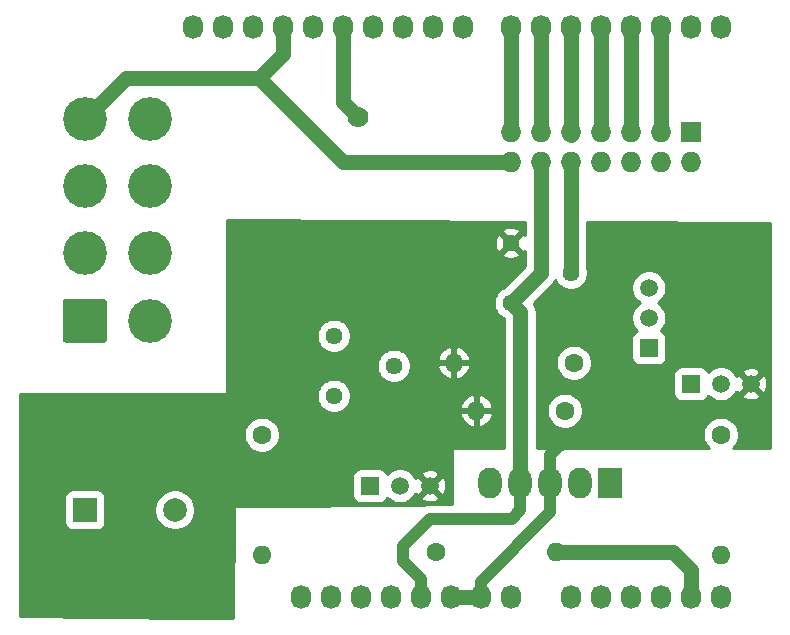
<source format=gbr>
G04 #@! TF.GenerationSoftware,KiCad,Pcbnew,5.1.2-f72e74a~84~ubuntu18.04.1*
G04 #@! TF.CreationDate,2019-09-12T15:19:10-03:00*
G04 #@! TF.ProjectId,Placa_lcd_cont_geiger,506c6163-615f-46c6-9364-5f636f6e745f,rev?*
G04 #@! TF.SameCoordinates,Original*
G04 #@! TF.FileFunction,Copper,L2,Bot*
G04 #@! TF.FilePolarity,Positive*
%FSLAX46Y46*%
G04 Gerber Fmt 4.6, Leading zero omitted, Abs format (unit mm)*
G04 Created by KiCad (PCBNEW 5.1.2-f72e74a~84~ubuntu18.04.1) date 2019-09-12 15:19:10*
%MOMM*%
%LPD*%
G04 APERTURE LIST*
%ADD10C,1.440000*%
%ADD11O,1.727200X2.032000*%
%ADD12R,2.000000X2.000000*%
%ADD13C,2.000000*%
%ADD14C,1.600000*%
%ADD15O,1.600000X1.600000*%
%ADD16C,0.100000*%
%ADD17C,3.700000*%
%ADD18R,1.727200X1.727200*%
%ADD19O,1.727200X1.727200*%
%ADD20R,2.000000X2.600000*%
%ADD21O,2.000000X2.600000*%
%ADD22C,1.500000*%
%ADD23R,1.500000X1.500000*%
%ADD24C,1.778000*%
%ADD25C,1.270000*%
%ADD26C,1.016000*%
%ADD27C,0.254000*%
G04 APERTURE END LIST*
D10*
X156718000Y-98933000D03*
X161798000Y-96393000D03*
X156718000Y-93853000D03*
D11*
X138938000Y-123825000D03*
X141478000Y-123825000D03*
X144018000Y-123825000D03*
X146558000Y-123825000D03*
X149098000Y-123825000D03*
X151638000Y-123825000D03*
X154178000Y-123825000D03*
X156718000Y-123825000D03*
X161798000Y-123825000D03*
X164338000Y-123825000D03*
X166878000Y-123825000D03*
X169418000Y-123825000D03*
X171958000Y-123825000D03*
X174498000Y-123825000D03*
X129794000Y-75565000D03*
X132334000Y-75565000D03*
X134874000Y-75565000D03*
X137414000Y-75565000D03*
X139954000Y-75565000D03*
X142494000Y-75565000D03*
X145034000Y-75565000D03*
X147574000Y-75565000D03*
X150114000Y-75565000D03*
X152654000Y-75565000D03*
X156718000Y-75565000D03*
X159258000Y-75565000D03*
X161798000Y-75565000D03*
X164338000Y-75565000D03*
X166878000Y-75565000D03*
X169418000Y-75565000D03*
X171958000Y-75565000D03*
X174498000Y-75565000D03*
D12*
X120650000Y-116459000D03*
D13*
X128250000Y-116459000D03*
D14*
X161290000Y-108077000D03*
D15*
X153790000Y-108077000D03*
D16*
G36*
X122274503Y-98608204D02*
G01*
X122298772Y-98611804D01*
X122322570Y-98617765D01*
X122345670Y-98626030D01*
X122367849Y-98636520D01*
X122388892Y-98649133D01*
X122408598Y-98663748D01*
X122426776Y-98680224D01*
X122443252Y-98698402D01*
X122457867Y-98718108D01*
X122470480Y-98739151D01*
X122480970Y-98761330D01*
X122489235Y-98784430D01*
X122495196Y-98808228D01*
X122498796Y-98832497D01*
X122500000Y-98857001D01*
X122500000Y-102056999D01*
X122498796Y-102081503D01*
X122495196Y-102105772D01*
X122489235Y-102129570D01*
X122480970Y-102152670D01*
X122470480Y-102174849D01*
X122457867Y-102195892D01*
X122443252Y-102215598D01*
X122426776Y-102233776D01*
X122408598Y-102250252D01*
X122388892Y-102264867D01*
X122367849Y-102277480D01*
X122345670Y-102287970D01*
X122322570Y-102296235D01*
X122298772Y-102302196D01*
X122274503Y-102305796D01*
X122249999Y-102307000D01*
X119050001Y-102307000D01*
X119025497Y-102305796D01*
X119001228Y-102302196D01*
X118977430Y-102296235D01*
X118954330Y-102287970D01*
X118932151Y-102277480D01*
X118911108Y-102264867D01*
X118891402Y-102250252D01*
X118873224Y-102233776D01*
X118856748Y-102215598D01*
X118842133Y-102195892D01*
X118829520Y-102174849D01*
X118819030Y-102152670D01*
X118810765Y-102129570D01*
X118804804Y-102105772D01*
X118801204Y-102081503D01*
X118800000Y-102056999D01*
X118800000Y-98857001D01*
X118801204Y-98832497D01*
X118804804Y-98808228D01*
X118810765Y-98784430D01*
X118819030Y-98761330D01*
X118829520Y-98739151D01*
X118842133Y-98718108D01*
X118856748Y-98698402D01*
X118873224Y-98680224D01*
X118891402Y-98663748D01*
X118911108Y-98649133D01*
X118932151Y-98636520D01*
X118954330Y-98626030D01*
X118977430Y-98617765D01*
X119001228Y-98611804D01*
X119025497Y-98608204D01*
X119050001Y-98607000D01*
X122249999Y-98607000D01*
X122274503Y-98608204D01*
X122274503Y-98608204D01*
G37*
D17*
X120650000Y-100457000D03*
X120650000Y-94757000D03*
X120650000Y-89057000D03*
X120650000Y-83357000D03*
X126150000Y-100457000D03*
X126150000Y-94757000D03*
X126150000Y-89057000D03*
X126150000Y-83357000D03*
D18*
X171958000Y-84455000D03*
D19*
X171958000Y-86995000D03*
X169418000Y-84455000D03*
X169418000Y-86995000D03*
X166878000Y-84455000D03*
X166878000Y-86995000D03*
X164338000Y-84455000D03*
X164338000Y-86995000D03*
X161798000Y-84455000D03*
X161798000Y-86995000D03*
X159258000Y-84455000D03*
X159258000Y-86995000D03*
X156718000Y-84455000D03*
X156718000Y-86995000D03*
D15*
X174498000Y-120269000D03*
D14*
X174498000Y-110109000D03*
X150368000Y-120015000D03*
D15*
X160528000Y-120015000D03*
D14*
X135636000Y-110109000D03*
D15*
X135636000Y-120269000D03*
X151892000Y-104013000D03*
D14*
X162052000Y-104013000D03*
D10*
X141732000Y-101727000D03*
X146812000Y-104267000D03*
X141732000Y-106807000D03*
D20*
X165140000Y-114173000D03*
D21*
X162600000Y-114173000D03*
X160060000Y-114173000D03*
X157520000Y-114173000D03*
X154980000Y-114173000D03*
D22*
X147320000Y-114427000D03*
X149860000Y-114427000D03*
D23*
X144780000Y-114427000D03*
X171958000Y-105791000D03*
D22*
X177038000Y-105791000D03*
X174498000Y-105791000D03*
X168402000Y-100203000D03*
X168402000Y-97663000D03*
D23*
X168402000Y-102743000D03*
D24*
X143764000Y-83185000D03*
D25*
X151638000Y-123825000D02*
X154178000Y-123825000D01*
X156718000Y-86995000D02*
X142494000Y-86995000D01*
X142494000Y-86995000D02*
X137414000Y-81915000D01*
X137414000Y-77851000D02*
X137414000Y-75565000D01*
X135382000Y-79883000D02*
X137414000Y-77851000D01*
X120650000Y-83357000D02*
X124124000Y-79883000D01*
X137414000Y-81915000D02*
X135382000Y-79883000D01*
X154178000Y-123825000D02*
X154178000Y-123810403D01*
X154178000Y-123825000D02*
X154178000Y-123672600D01*
D26*
X160060000Y-114173000D02*
X160060000Y-116673000D01*
X154178000Y-122555000D02*
X154178000Y-123825000D01*
X160060000Y-116673000D02*
X154178000Y-122555000D01*
X160060000Y-114173000D02*
X160060000Y-111847000D01*
X160060000Y-111847000D02*
X161544000Y-110363000D01*
D25*
X124124000Y-79883000D02*
X135382000Y-79883000D01*
X156718000Y-75565000D02*
X156718000Y-84455000D01*
X159258000Y-75565000D02*
X159258000Y-84455000D01*
X161798000Y-75565000D02*
X161798000Y-84709000D01*
X164338000Y-75565000D02*
X164338000Y-84455000D01*
X166878000Y-75565000D02*
X166878000Y-84455000D01*
X169418000Y-75565000D02*
X169418000Y-84455000D01*
X126208000Y-89057000D02*
X126150000Y-89057000D01*
X142494000Y-75565000D02*
X142494000Y-75717400D01*
X142494000Y-81915000D02*
X142494000Y-75565000D01*
X143764000Y-83185000D02*
X142494000Y-81915000D01*
X159258000Y-96393000D02*
X159258000Y-86995000D01*
X156718000Y-98933000D02*
X159258000Y-96393000D01*
D26*
X149098000Y-123672600D02*
X149098000Y-123825000D01*
D25*
X157520000Y-99735000D02*
X157520000Y-99975000D01*
X156718000Y-98933000D02*
X157520000Y-99735000D01*
D26*
X157520000Y-116489000D02*
X157520000Y-114173000D01*
X156788000Y-117221000D02*
X157520000Y-116489000D01*
X147574000Y-119507000D02*
X149860000Y-117221000D01*
X149860000Y-117221000D02*
X156788000Y-117221000D01*
X149098000Y-123825000D02*
X149098000Y-122301000D01*
X147574000Y-120777000D02*
X147574000Y-119507000D01*
X149098000Y-122301000D02*
X147574000Y-120777000D01*
D25*
X157520000Y-99735000D02*
X157520000Y-114173000D01*
X161798000Y-86995000D02*
X161798000Y-96393000D01*
X171958000Y-123825000D02*
X171958000Y-123672600D01*
X163576000Y-120015000D02*
X162675370Y-120015000D01*
X160528000Y-120015000D02*
X163576000Y-120015000D01*
X171958000Y-121539000D02*
X171958000Y-123825000D01*
X170434000Y-120015000D02*
X171958000Y-121539000D01*
X163576000Y-120015000D02*
X170434000Y-120015000D01*
X174498000Y-123825000D02*
X174498000Y-123810403D01*
D27*
G36*
X157886400Y-92087004D02*
G01*
X157886400Y-93158153D01*
X157653560Y-93097045D01*
X156897605Y-93853000D01*
X157653560Y-94608955D01*
X157886400Y-94547847D01*
X157886400Y-95824865D01*
X156098111Y-97613154D01*
X156028041Y-97642178D01*
X155789472Y-97801585D01*
X155586585Y-98004472D01*
X155427178Y-98243041D01*
X155317376Y-98508125D01*
X155261400Y-98789537D01*
X155261400Y-99076463D01*
X155317376Y-99357875D01*
X155427178Y-99622959D01*
X155586585Y-99861528D01*
X155789472Y-100064415D01*
X156028041Y-100223822D01*
X156098112Y-100252846D01*
X156148400Y-100303135D01*
X156148401Y-111252000D01*
X151892000Y-111252000D01*
X151867224Y-111254440D01*
X151843399Y-111261667D01*
X151821443Y-111273403D01*
X151802197Y-111289197D01*
X151786403Y-111308443D01*
X151774667Y-111330399D01*
X151767440Y-111354224D01*
X151765000Y-111379000D01*
X151765000Y-115976400D01*
X149921132Y-115976400D01*
X149859999Y-115970379D01*
X149798866Y-115976400D01*
X149798857Y-115976400D01*
X149616016Y-115994408D01*
X149381408Y-116065576D01*
X149349993Y-116082367D01*
X133413282Y-116109750D01*
X133388510Y-116112233D01*
X133364698Y-116119501D01*
X133342761Y-116131275D01*
X133323543Y-116147102D01*
X133307782Y-116166374D01*
X133296084Y-116188351D01*
X133288898Y-116212188D01*
X133286511Y-116235068D01*
X133161743Y-125655000D01*
X129740806Y-125655000D01*
X115189000Y-125477539D01*
X115189000Y-115459000D01*
X118909836Y-115459000D01*
X118909836Y-117459000D01*
X118924058Y-117603399D01*
X118966178Y-117742249D01*
X119034576Y-117870213D01*
X119126625Y-117982375D01*
X119238787Y-118074424D01*
X119366751Y-118142822D01*
X119505601Y-118184942D01*
X119650000Y-118199164D01*
X121650000Y-118199164D01*
X121794399Y-118184942D01*
X121933249Y-118142822D01*
X122061213Y-118074424D01*
X122173375Y-117982375D01*
X122265424Y-117870213D01*
X122333822Y-117742249D01*
X122375942Y-117603399D01*
X122390164Y-117459000D01*
X122390164Y-116287960D01*
X126513400Y-116287960D01*
X126513400Y-116630040D01*
X126580136Y-116965548D01*
X126711045Y-117281589D01*
X126901094Y-117566018D01*
X127142982Y-117807906D01*
X127427411Y-117997955D01*
X127743452Y-118128864D01*
X128078960Y-118195600D01*
X128421040Y-118195600D01*
X128756548Y-118128864D01*
X129072589Y-117997955D01*
X129357018Y-117807906D01*
X129598906Y-117566018D01*
X129788955Y-117281589D01*
X129919864Y-116965548D01*
X129986600Y-116630040D01*
X129986600Y-116287960D01*
X129919864Y-115952452D01*
X129788955Y-115636411D01*
X129598906Y-115351982D01*
X129357018Y-115110094D01*
X129072589Y-114920045D01*
X128756548Y-114789136D01*
X128421040Y-114722400D01*
X128078960Y-114722400D01*
X127743452Y-114789136D01*
X127427411Y-114920045D01*
X127142982Y-115110094D01*
X126901094Y-115351982D01*
X126711045Y-115636411D01*
X126580136Y-115952452D01*
X126513400Y-116287960D01*
X122390164Y-116287960D01*
X122390164Y-115459000D01*
X122375942Y-115314601D01*
X122333822Y-115175751D01*
X122265424Y-115047787D01*
X122173375Y-114935625D01*
X122061213Y-114843576D01*
X121933249Y-114775178D01*
X121794399Y-114733058D01*
X121650000Y-114718836D01*
X119650000Y-114718836D01*
X119505601Y-114733058D01*
X119366751Y-114775178D01*
X119238787Y-114843576D01*
X119126625Y-114935625D01*
X119034576Y-115047787D01*
X118966178Y-115175751D01*
X118924058Y-115314601D01*
X118909836Y-115459000D01*
X115189000Y-115459000D01*
X115189000Y-113677000D01*
X143289836Y-113677000D01*
X143289836Y-115177000D01*
X143304058Y-115321399D01*
X143346178Y-115460249D01*
X143414576Y-115588213D01*
X143506625Y-115700375D01*
X143618787Y-115792424D01*
X143746751Y-115860822D01*
X143885601Y-115902942D01*
X144030000Y-115917164D01*
X145530000Y-115917164D01*
X145674399Y-115902942D01*
X145813249Y-115860822D01*
X145941213Y-115792424D01*
X146053375Y-115700375D01*
X146145424Y-115588213D01*
X146213822Y-115460249D01*
X146222447Y-115431817D01*
X146372348Y-115581718D01*
X146615831Y-115744408D01*
X146886375Y-115856471D01*
X147173583Y-115913600D01*
X147466417Y-115913600D01*
X147753625Y-115856471D01*
X148024169Y-115744408D01*
X148267652Y-115581718D01*
X148465377Y-115383993D01*
X149082612Y-115383993D01*
X149148137Y-115622860D01*
X149395116Y-115738760D01*
X149659960Y-115804250D01*
X149932492Y-115816812D01*
X150202238Y-115775965D01*
X150458832Y-115683277D01*
X150571863Y-115622860D01*
X150637388Y-115383993D01*
X149860000Y-114606605D01*
X149082612Y-115383993D01*
X148465377Y-115383993D01*
X148474718Y-115374652D01*
X148637408Y-115131169D01*
X148647284Y-115107327D01*
X148664140Y-115138863D01*
X148903007Y-115204388D01*
X149680395Y-114427000D01*
X150039605Y-114427000D01*
X150816993Y-115204388D01*
X151055860Y-115138863D01*
X151171760Y-114891884D01*
X151237250Y-114627040D01*
X151249812Y-114354508D01*
X151208965Y-114084762D01*
X151116277Y-113828168D01*
X151055860Y-113715137D01*
X150816993Y-113649612D01*
X150039605Y-114427000D01*
X149680395Y-114427000D01*
X148903007Y-113649612D01*
X148664140Y-113715137D01*
X148648248Y-113749002D01*
X148637408Y-113722831D01*
X148474718Y-113479348D01*
X148465377Y-113470007D01*
X149082612Y-113470007D01*
X149860000Y-114247395D01*
X150637388Y-113470007D01*
X150571863Y-113231140D01*
X150324884Y-113115240D01*
X150060040Y-113049750D01*
X149787508Y-113037188D01*
X149517762Y-113078035D01*
X149261168Y-113170723D01*
X149148137Y-113231140D01*
X149082612Y-113470007D01*
X148465377Y-113470007D01*
X148267652Y-113272282D01*
X148024169Y-113109592D01*
X147753625Y-112997529D01*
X147466417Y-112940400D01*
X147173583Y-112940400D01*
X146886375Y-112997529D01*
X146615831Y-113109592D01*
X146372348Y-113272282D01*
X146222447Y-113422183D01*
X146213822Y-113393751D01*
X146145424Y-113265787D01*
X146053375Y-113153625D01*
X145941213Y-113061576D01*
X145813249Y-112993178D01*
X145674399Y-112951058D01*
X145530000Y-112936836D01*
X144030000Y-112936836D01*
X143885601Y-112951058D01*
X143746751Y-112993178D01*
X143618787Y-113061576D01*
X143506625Y-113153625D01*
X143414576Y-113265787D01*
X143346178Y-113393751D01*
X143304058Y-113532601D01*
X143289836Y-113677000D01*
X115189000Y-113677000D01*
X115189000Y-109957658D01*
X134099400Y-109957658D01*
X134099400Y-110260342D01*
X134158451Y-110557210D01*
X134274283Y-110836853D01*
X134442445Y-111088525D01*
X134656475Y-111302555D01*
X134908147Y-111470717D01*
X135187790Y-111586549D01*
X135484658Y-111645600D01*
X135787342Y-111645600D01*
X136084210Y-111586549D01*
X136363853Y-111470717D01*
X136615525Y-111302555D01*
X136829555Y-111088525D01*
X136997717Y-110836853D01*
X137113549Y-110557210D01*
X137172600Y-110260342D01*
X137172600Y-109957658D01*
X137113549Y-109660790D01*
X136997717Y-109381147D01*
X136829555Y-109129475D01*
X136615525Y-108915445D01*
X136363853Y-108747283D01*
X136084210Y-108631451D01*
X135787342Y-108572400D01*
X135484658Y-108572400D01*
X135187790Y-108631451D01*
X134908147Y-108747283D01*
X134656475Y-108915445D01*
X134442445Y-109129475D01*
X134274283Y-109381147D01*
X134158451Y-109660790D01*
X134099400Y-109957658D01*
X115189000Y-109957658D01*
X115189000Y-108426039D01*
X152398096Y-108426039D01*
X152438754Y-108560087D01*
X152558963Y-108814420D01*
X152726481Y-109040414D01*
X152934869Y-109229385D01*
X153176119Y-109374070D01*
X153440960Y-109468909D01*
X153663000Y-109347624D01*
X153663000Y-108204000D01*
X153917000Y-108204000D01*
X153917000Y-109347624D01*
X154139040Y-109468909D01*
X154403881Y-109374070D01*
X154645131Y-109229385D01*
X154853519Y-109040414D01*
X155021037Y-108814420D01*
X155141246Y-108560087D01*
X155181904Y-108426039D01*
X155059915Y-108204000D01*
X153917000Y-108204000D01*
X153663000Y-108204000D01*
X152520085Y-108204000D01*
X152398096Y-108426039D01*
X115189000Y-108426039D01*
X115189000Y-106680000D01*
X132588000Y-106680000D01*
X132612776Y-106677560D01*
X132636601Y-106670333D01*
X132649315Y-106663537D01*
X140275400Y-106663537D01*
X140275400Y-106950463D01*
X140331376Y-107231875D01*
X140441178Y-107496959D01*
X140600585Y-107735528D01*
X140803472Y-107938415D01*
X141042041Y-108097822D01*
X141307125Y-108207624D01*
X141588537Y-108263600D01*
X141875463Y-108263600D01*
X142156875Y-108207624D01*
X142421959Y-108097822D01*
X142660528Y-107938415D01*
X142863415Y-107735528D01*
X142868471Y-107727961D01*
X152398096Y-107727961D01*
X152520085Y-107950000D01*
X153663000Y-107950000D01*
X153663000Y-106806376D01*
X153917000Y-106806376D01*
X153917000Y-107950000D01*
X155059915Y-107950000D01*
X155181904Y-107727961D01*
X155141246Y-107593913D01*
X155021037Y-107339580D01*
X154853519Y-107113586D01*
X154645131Y-106924615D01*
X154403881Y-106779930D01*
X154139040Y-106685091D01*
X153917000Y-106806376D01*
X153663000Y-106806376D01*
X153440960Y-106685091D01*
X153176119Y-106779930D01*
X152934869Y-106924615D01*
X152726481Y-107113586D01*
X152558963Y-107339580D01*
X152438754Y-107593913D01*
X152398096Y-107727961D01*
X142868471Y-107727961D01*
X143022822Y-107496959D01*
X143132624Y-107231875D01*
X143188600Y-106950463D01*
X143188600Y-106663537D01*
X143132624Y-106382125D01*
X143022822Y-106117041D01*
X142863415Y-105878472D01*
X142660528Y-105675585D01*
X142421959Y-105516178D01*
X142156875Y-105406376D01*
X141875463Y-105350400D01*
X141588537Y-105350400D01*
X141307125Y-105406376D01*
X141042041Y-105516178D01*
X140803472Y-105675585D01*
X140600585Y-105878472D01*
X140441178Y-106117041D01*
X140331376Y-106382125D01*
X140275400Y-106663537D01*
X132649315Y-106663537D01*
X132658557Y-106658597D01*
X132677803Y-106642803D01*
X132693597Y-106623557D01*
X132705333Y-106601601D01*
X132712560Y-106577776D01*
X132715000Y-106553000D01*
X132715000Y-104123537D01*
X145355400Y-104123537D01*
X145355400Y-104410463D01*
X145411376Y-104691875D01*
X145521178Y-104956959D01*
X145680585Y-105195528D01*
X145883472Y-105398415D01*
X146122041Y-105557822D01*
X146387125Y-105667624D01*
X146668537Y-105723600D01*
X146955463Y-105723600D01*
X147236875Y-105667624D01*
X147501959Y-105557822D01*
X147740528Y-105398415D01*
X147943415Y-105195528D01*
X148102822Y-104956959D01*
X148212624Y-104691875D01*
X148268600Y-104410463D01*
X148268600Y-104362039D01*
X150500096Y-104362039D01*
X150540754Y-104496087D01*
X150660963Y-104750420D01*
X150828481Y-104976414D01*
X151036869Y-105165385D01*
X151278119Y-105310070D01*
X151542960Y-105404909D01*
X151765000Y-105283624D01*
X151765000Y-104140000D01*
X152019000Y-104140000D01*
X152019000Y-105283624D01*
X152241040Y-105404909D01*
X152505881Y-105310070D01*
X152747131Y-105165385D01*
X152955519Y-104976414D01*
X153123037Y-104750420D01*
X153243246Y-104496087D01*
X153283904Y-104362039D01*
X153161915Y-104140000D01*
X152019000Y-104140000D01*
X151765000Y-104140000D01*
X150622085Y-104140000D01*
X150500096Y-104362039D01*
X148268600Y-104362039D01*
X148268600Y-104123537D01*
X148212624Y-103842125D01*
X148138826Y-103663961D01*
X150500096Y-103663961D01*
X150622085Y-103886000D01*
X151765000Y-103886000D01*
X151765000Y-102742376D01*
X152019000Y-102742376D01*
X152019000Y-103886000D01*
X153161915Y-103886000D01*
X153283904Y-103663961D01*
X153243246Y-103529913D01*
X153123037Y-103275580D01*
X152955519Y-103049586D01*
X152747131Y-102860615D01*
X152505881Y-102715930D01*
X152241040Y-102621091D01*
X152019000Y-102742376D01*
X151765000Y-102742376D01*
X151542960Y-102621091D01*
X151278119Y-102715930D01*
X151036869Y-102860615D01*
X150828481Y-103049586D01*
X150660963Y-103275580D01*
X150540754Y-103529913D01*
X150500096Y-103663961D01*
X148138826Y-103663961D01*
X148102822Y-103577041D01*
X147943415Y-103338472D01*
X147740528Y-103135585D01*
X147501959Y-102976178D01*
X147236875Y-102866376D01*
X146955463Y-102810400D01*
X146668537Y-102810400D01*
X146387125Y-102866376D01*
X146122041Y-102976178D01*
X145883472Y-103135585D01*
X145680585Y-103338472D01*
X145521178Y-103577041D01*
X145411376Y-103842125D01*
X145355400Y-104123537D01*
X132715000Y-104123537D01*
X132715000Y-101583537D01*
X140275400Y-101583537D01*
X140275400Y-101870463D01*
X140331376Y-102151875D01*
X140441178Y-102416959D01*
X140600585Y-102655528D01*
X140803472Y-102858415D01*
X141042041Y-103017822D01*
X141307125Y-103127624D01*
X141588537Y-103183600D01*
X141875463Y-103183600D01*
X142156875Y-103127624D01*
X142421959Y-103017822D01*
X142660528Y-102858415D01*
X142863415Y-102655528D01*
X143022822Y-102416959D01*
X143132624Y-102151875D01*
X143188600Y-101870463D01*
X143188600Y-101583537D01*
X143132624Y-101302125D01*
X143022822Y-101037041D01*
X142863415Y-100798472D01*
X142660528Y-100595585D01*
X142421959Y-100436178D01*
X142156875Y-100326376D01*
X141875463Y-100270400D01*
X141588537Y-100270400D01*
X141307125Y-100326376D01*
X141042041Y-100436178D01*
X140803472Y-100595585D01*
X140600585Y-100798472D01*
X140441178Y-101037041D01*
X140331376Y-101302125D01*
X140275400Y-101583537D01*
X132715000Y-101583537D01*
X132715000Y-94788560D01*
X155962045Y-94788560D01*
X156023932Y-95024368D01*
X156265790Y-95137266D01*
X156525027Y-95200811D01*
X156791680Y-95212561D01*
X157055501Y-95172063D01*
X157306353Y-95080875D01*
X157412068Y-95024368D01*
X157473955Y-94788560D01*
X156718000Y-94032605D01*
X155962045Y-94788560D01*
X132715000Y-94788560D01*
X132715000Y-93926680D01*
X155358439Y-93926680D01*
X155398937Y-94190501D01*
X155490125Y-94441353D01*
X155546632Y-94547068D01*
X155782440Y-94608955D01*
X156538395Y-93853000D01*
X155782440Y-93097045D01*
X155546632Y-93158932D01*
X155433734Y-93400790D01*
X155370189Y-93660027D01*
X155358439Y-93926680D01*
X132715000Y-93926680D01*
X132715000Y-92917440D01*
X155962045Y-92917440D01*
X156718000Y-93673395D01*
X157473955Y-92917440D01*
X157412068Y-92681632D01*
X157170210Y-92568734D01*
X156910973Y-92505189D01*
X156644320Y-92493439D01*
X156380499Y-92533937D01*
X156129647Y-92625125D01*
X156023932Y-92681632D01*
X155962045Y-92917440D01*
X132715000Y-92917440D01*
X132715000Y-91948700D01*
X157886400Y-92087004D01*
X157886400Y-92087004D01*
G37*
X157886400Y-92087004D02*
X157886400Y-93158153D01*
X157653560Y-93097045D01*
X156897605Y-93853000D01*
X157653560Y-94608955D01*
X157886400Y-94547847D01*
X157886400Y-95824865D01*
X156098111Y-97613154D01*
X156028041Y-97642178D01*
X155789472Y-97801585D01*
X155586585Y-98004472D01*
X155427178Y-98243041D01*
X155317376Y-98508125D01*
X155261400Y-98789537D01*
X155261400Y-99076463D01*
X155317376Y-99357875D01*
X155427178Y-99622959D01*
X155586585Y-99861528D01*
X155789472Y-100064415D01*
X156028041Y-100223822D01*
X156098112Y-100252846D01*
X156148400Y-100303135D01*
X156148401Y-111252000D01*
X151892000Y-111252000D01*
X151867224Y-111254440D01*
X151843399Y-111261667D01*
X151821443Y-111273403D01*
X151802197Y-111289197D01*
X151786403Y-111308443D01*
X151774667Y-111330399D01*
X151767440Y-111354224D01*
X151765000Y-111379000D01*
X151765000Y-115976400D01*
X149921132Y-115976400D01*
X149859999Y-115970379D01*
X149798866Y-115976400D01*
X149798857Y-115976400D01*
X149616016Y-115994408D01*
X149381408Y-116065576D01*
X149349993Y-116082367D01*
X133413282Y-116109750D01*
X133388510Y-116112233D01*
X133364698Y-116119501D01*
X133342761Y-116131275D01*
X133323543Y-116147102D01*
X133307782Y-116166374D01*
X133296084Y-116188351D01*
X133288898Y-116212188D01*
X133286511Y-116235068D01*
X133161743Y-125655000D01*
X129740806Y-125655000D01*
X115189000Y-125477539D01*
X115189000Y-115459000D01*
X118909836Y-115459000D01*
X118909836Y-117459000D01*
X118924058Y-117603399D01*
X118966178Y-117742249D01*
X119034576Y-117870213D01*
X119126625Y-117982375D01*
X119238787Y-118074424D01*
X119366751Y-118142822D01*
X119505601Y-118184942D01*
X119650000Y-118199164D01*
X121650000Y-118199164D01*
X121794399Y-118184942D01*
X121933249Y-118142822D01*
X122061213Y-118074424D01*
X122173375Y-117982375D01*
X122265424Y-117870213D01*
X122333822Y-117742249D01*
X122375942Y-117603399D01*
X122390164Y-117459000D01*
X122390164Y-116287960D01*
X126513400Y-116287960D01*
X126513400Y-116630040D01*
X126580136Y-116965548D01*
X126711045Y-117281589D01*
X126901094Y-117566018D01*
X127142982Y-117807906D01*
X127427411Y-117997955D01*
X127743452Y-118128864D01*
X128078960Y-118195600D01*
X128421040Y-118195600D01*
X128756548Y-118128864D01*
X129072589Y-117997955D01*
X129357018Y-117807906D01*
X129598906Y-117566018D01*
X129788955Y-117281589D01*
X129919864Y-116965548D01*
X129986600Y-116630040D01*
X129986600Y-116287960D01*
X129919864Y-115952452D01*
X129788955Y-115636411D01*
X129598906Y-115351982D01*
X129357018Y-115110094D01*
X129072589Y-114920045D01*
X128756548Y-114789136D01*
X128421040Y-114722400D01*
X128078960Y-114722400D01*
X127743452Y-114789136D01*
X127427411Y-114920045D01*
X127142982Y-115110094D01*
X126901094Y-115351982D01*
X126711045Y-115636411D01*
X126580136Y-115952452D01*
X126513400Y-116287960D01*
X122390164Y-116287960D01*
X122390164Y-115459000D01*
X122375942Y-115314601D01*
X122333822Y-115175751D01*
X122265424Y-115047787D01*
X122173375Y-114935625D01*
X122061213Y-114843576D01*
X121933249Y-114775178D01*
X121794399Y-114733058D01*
X121650000Y-114718836D01*
X119650000Y-114718836D01*
X119505601Y-114733058D01*
X119366751Y-114775178D01*
X119238787Y-114843576D01*
X119126625Y-114935625D01*
X119034576Y-115047787D01*
X118966178Y-115175751D01*
X118924058Y-115314601D01*
X118909836Y-115459000D01*
X115189000Y-115459000D01*
X115189000Y-113677000D01*
X143289836Y-113677000D01*
X143289836Y-115177000D01*
X143304058Y-115321399D01*
X143346178Y-115460249D01*
X143414576Y-115588213D01*
X143506625Y-115700375D01*
X143618787Y-115792424D01*
X143746751Y-115860822D01*
X143885601Y-115902942D01*
X144030000Y-115917164D01*
X145530000Y-115917164D01*
X145674399Y-115902942D01*
X145813249Y-115860822D01*
X145941213Y-115792424D01*
X146053375Y-115700375D01*
X146145424Y-115588213D01*
X146213822Y-115460249D01*
X146222447Y-115431817D01*
X146372348Y-115581718D01*
X146615831Y-115744408D01*
X146886375Y-115856471D01*
X147173583Y-115913600D01*
X147466417Y-115913600D01*
X147753625Y-115856471D01*
X148024169Y-115744408D01*
X148267652Y-115581718D01*
X148465377Y-115383993D01*
X149082612Y-115383993D01*
X149148137Y-115622860D01*
X149395116Y-115738760D01*
X149659960Y-115804250D01*
X149932492Y-115816812D01*
X150202238Y-115775965D01*
X150458832Y-115683277D01*
X150571863Y-115622860D01*
X150637388Y-115383993D01*
X149860000Y-114606605D01*
X149082612Y-115383993D01*
X148465377Y-115383993D01*
X148474718Y-115374652D01*
X148637408Y-115131169D01*
X148647284Y-115107327D01*
X148664140Y-115138863D01*
X148903007Y-115204388D01*
X149680395Y-114427000D01*
X150039605Y-114427000D01*
X150816993Y-115204388D01*
X151055860Y-115138863D01*
X151171760Y-114891884D01*
X151237250Y-114627040D01*
X151249812Y-114354508D01*
X151208965Y-114084762D01*
X151116277Y-113828168D01*
X151055860Y-113715137D01*
X150816993Y-113649612D01*
X150039605Y-114427000D01*
X149680395Y-114427000D01*
X148903007Y-113649612D01*
X148664140Y-113715137D01*
X148648248Y-113749002D01*
X148637408Y-113722831D01*
X148474718Y-113479348D01*
X148465377Y-113470007D01*
X149082612Y-113470007D01*
X149860000Y-114247395D01*
X150637388Y-113470007D01*
X150571863Y-113231140D01*
X150324884Y-113115240D01*
X150060040Y-113049750D01*
X149787508Y-113037188D01*
X149517762Y-113078035D01*
X149261168Y-113170723D01*
X149148137Y-113231140D01*
X149082612Y-113470007D01*
X148465377Y-113470007D01*
X148267652Y-113272282D01*
X148024169Y-113109592D01*
X147753625Y-112997529D01*
X147466417Y-112940400D01*
X147173583Y-112940400D01*
X146886375Y-112997529D01*
X146615831Y-113109592D01*
X146372348Y-113272282D01*
X146222447Y-113422183D01*
X146213822Y-113393751D01*
X146145424Y-113265787D01*
X146053375Y-113153625D01*
X145941213Y-113061576D01*
X145813249Y-112993178D01*
X145674399Y-112951058D01*
X145530000Y-112936836D01*
X144030000Y-112936836D01*
X143885601Y-112951058D01*
X143746751Y-112993178D01*
X143618787Y-113061576D01*
X143506625Y-113153625D01*
X143414576Y-113265787D01*
X143346178Y-113393751D01*
X143304058Y-113532601D01*
X143289836Y-113677000D01*
X115189000Y-113677000D01*
X115189000Y-109957658D01*
X134099400Y-109957658D01*
X134099400Y-110260342D01*
X134158451Y-110557210D01*
X134274283Y-110836853D01*
X134442445Y-111088525D01*
X134656475Y-111302555D01*
X134908147Y-111470717D01*
X135187790Y-111586549D01*
X135484658Y-111645600D01*
X135787342Y-111645600D01*
X136084210Y-111586549D01*
X136363853Y-111470717D01*
X136615525Y-111302555D01*
X136829555Y-111088525D01*
X136997717Y-110836853D01*
X137113549Y-110557210D01*
X137172600Y-110260342D01*
X137172600Y-109957658D01*
X137113549Y-109660790D01*
X136997717Y-109381147D01*
X136829555Y-109129475D01*
X136615525Y-108915445D01*
X136363853Y-108747283D01*
X136084210Y-108631451D01*
X135787342Y-108572400D01*
X135484658Y-108572400D01*
X135187790Y-108631451D01*
X134908147Y-108747283D01*
X134656475Y-108915445D01*
X134442445Y-109129475D01*
X134274283Y-109381147D01*
X134158451Y-109660790D01*
X134099400Y-109957658D01*
X115189000Y-109957658D01*
X115189000Y-108426039D01*
X152398096Y-108426039D01*
X152438754Y-108560087D01*
X152558963Y-108814420D01*
X152726481Y-109040414D01*
X152934869Y-109229385D01*
X153176119Y-109374070D01*
X153440960Y-109468909D01*
X153663000Y-109347624D01*
X153663000Y-108204000D01*
X153917000Y-108204000D01*
X153917000Y-109347624D01*
X154139040Y-109468909D01*
X154403881Y-109374070D01*
X154645131Y-109229385D01*
X154853519Y-109040414D01*
X155021037Y-108814420D01*
X155141246Y-108560087D01*
X155181904Y-108426039D01*
X155059915Y-108204000D01*
X153917000Y-108204000D01*
X153663000Y-108204000D01*
X152520085Y-108204000D01*
X152398096Y-108426039D01*
X115189000Y-108426039D01*
X115189000Y-106680000D01*
X132588000Y-106680000D01*
X132612776Y-106677560D01*
X132636601Y-106670333D01*
X132649315Y-106663537D01*
X140275400Y-106663537D01*
X140275400Y-106950463D01*
X140331376Y-107231875D01*
X140441178Y-107496959D01*
X140600585Y-107735528D01*
X140803472Y-107938415D01*
X141042041Y-108097822D01*
X141307125Y-108207624D01*
X141588537Y-108263600D01*
X141875463Y-108263600D01*
X142156875Y-108207624D01*
X142421959Y-108097822D01*
X142660528Y-107938415D01*
X142863415Y-107735528D01*
X142868471Y-107727961D01*
X152398096Y-107727961D01*
X152520085Y-107950000D01*
X153663000Y-107950000D01*
X153663000Y-106806376D01*
X153917000Y-106806376D01*
X153917000Y-107950000D01*
X155059915Y-107950000D01*
X155181904Y-107727961D01*
X155141246Y-107593913D01*
X155021037Y-107339580D01*
X154853519Y-107113586D01*
X154645131Y-106924615D01*
X154403881Y-106779930D01*
X154139040Y-106685091D01*
X153917000Y-106806376D01*
X153663000Y-106806376D01*
X153440960Y-106685091D01*
X153176119Y-106779930D01*
X152934869Y-106924615D01*
X152726481Y-107113586D01*
X152558963Y-107339580D01*
X152438754Y-107593913D01*
X152398096Y-107727961D01*
X142868471Y-107727961D01*
X143022822Y-107496959D01*
X143132624Y-107231875D01*
X143188600Y-106950463D01*
X143188600Y-106663537D01*
X143132624Y-106382125D01*
X143022822Y-106117041D01*
X142863415Y-105878472D01*
X142660528Y-105675585D01*
X142421959Y-105516178D01*
X142156875Y-105406376D01*
X141875463Y-105350400D01*
X141588537Y-105350400D01*
X141307125Y-105406376D01*
X141042041Y-105516178D01*
X140803472Y-105675585D01*
X140600585Y-105878472D01*
X140441178Y-106117041D01*
X140331376Y-106382125D01*
X140275400Y-106663537D01*
X132649315Y-106663537D01*
X132658557Y-106658597D01*
X132677803Y-106642803D01*
X132693597Y-106623557D01*
X132705333Y-106601601D01*
X132712560Y-106577776D01*
X132715000Y-106553000D01*
X132715000Y-104123537D01*
X145355400Y-104123537D01*
X145355400Y-104410463D01*
X145411376Y-104691875D01*
X145521178Y-104956959D01*
X145680585Y-105195528D01*
X145883472Y-105398415D01*
X146122041Y-105557822D01*
X146387125Y-105667624D01*
X146668537Y-105723600D01*
X146955463Y-105723600D01*
X147236875Y-105667624D01*
X147501959Y-105557822D01*
X147740528Y-105398415D01*
X147943415Y-105195528D01*
X148102822Y-104956959D01*
X148212624Y-104691875D01*
X148268600Y-104410463D01*
X148268600Y-104362039D01*
X150500096Y-104362039D01*
X150540754Y-104496087D01*
X150660963Y-104750420D01*
X150828481Y-104976414D01*
X151036869Y-105165385D01*
X151278119Y-105310070D01*
X151542960Y-105404909D01*
X151765000Y-105283624D01*
X151765000Y-104140000D01*
X152019000Y-104140000D01*
X152019000Y-105283624D01*
X152241040Y-105404909D01*
X152505881Y-105310070D01*
X152747131Y-105165385D01*
X152955519Y-104976414D01*
X153123037Y-104750420D01*
X153243246Y-104496087D01*
X153283904Y-104362039D01*
X153161915Y-104140000D01*
X152019000Y-104140000D01*
X151765000Y-104140000D01*
X150622085Y-104140000D01*
X150500096Y-104362039D01*
X148268600Y-104362039D01*
X148268600Y-104123537D01*
X148212624Y-103842125D01*
X148138826Y-103663961D01*
X150500096Y-103663961D01*
X150622085Y-103886000D01*
X151765000Y-103886000D01*
X151765000Y-102742376D01*
X152019000Y-102742376D01*
X152019000Y-103886000D01*
X153161915Y-103886000D01*
X153283904Y-103663961D01*
X153243246Y-103529913D01*
X153123037Y-103275580D01*
X152955519Y-103049586D01*
X152747131Y-102860615D01*
X152505881Y-102715930D01*
X152241040Y-102621091D01*
X152019000Y-102742376D01*
X151765000Y-102742376D01*
X151542960Y-102621091D01*
X151278119Y-102715930D01*
X151036869Y-102860615D01*
X150828481Y-103049586D01*
X150660963Y-103275580D01*
X150540754Y-103529913D01*
X150500096Y-103663961D01*
X148138826Y-103663961D01*
X148102822Y-103577041D01*
X147943415Y-103338472D01*
X147740528Y-103135585D01*
X147501959Y-102976178D01*
X147236875Y-102866376D01*
X146955463Y-102810400D01*
X146668537Y-102810400D01*
X146387125Y-102866376D01*
X146122041Y-102976178D01*
X145883472Y-103135585D01*
X145680585Y-103338472D01*
X145521178Y-103577041D01*
X145411376Y-103842125D01*
X145355400Y-104123537D01*
X132715000Y-104123537D01*
X132715000Y-101583537D01*
X140275400Y-101583537D01*
X140275400Y-101870463D01*
X140331376Y-102151875D01*
X140441178Y-102416959D01*
X140600585Y-102655528D01*
X140803472Y-102858415D01*
X141042041Y-103017822D01*
X141307125Y-103127624D01*
X141588537Y-103183600D01*
X141875463Y-103183600D01*
X142156875Y-103127624D01*
X142421959Y-103017822D01*
X142660528Y-102858415D01*
X142863415Y-102655528D01*
X143022822Y-102416959D01*
X143132624Y-102151875D01*
X143188600Y-101870463D01*
X143188600Y-101583537D01*
X143132624Y-101302125D01*
X143022822Y-101037041D01*
X142863415Y-100798472D01*
X142660528Y-100595585D01*
X142421959Y-100436178D01*
X142156875Y-100326376D01*
X141875463Y-100270400D01*
X141588537Y-100270400D01*
X141307125Y-100326376D01*
X141042041Y-100436178D01*
X140803472Y-100595585D01*
X140600585Y-100798472D01*
X140441178Y-101037041D01*
X140331376Y-101302125D01*
X140275400Y-101583537D01*
X132715000Y-101583537D01*
X132715000Y-94788560D01*
X155962045Y-94788560D01*
X156023932Y-95024368D01*
X156265790Y-95137266D01*
X156525027Y-95200811D01*
X156791680Y-95212561D01*
X157055501Y-95172063D01*
X157306353Y-95080875D01*
X157412068Y-95024368D01*
X157473955Y-94788560D01*
X156718000Y-94032605D01*
X155962045Y-94788560D01*
X132715000Y-94788560D01*
X132715000Y-93926680D01*
X155358439Y-93926680D01*
X155398937Y-94190501D01*
X155490125Y-94441353D01*
X155546632Y-94547068D01*
X155782440Y-94608955D01*
X156538395Y-93853000D01*
X155782440Y-93097045D01*
X155546632Y-93158932D01*
X155433734Y-93400790D01*
X155370189Y-93660027D01*
X155358439Y-93926680D01*
X132715000Y-93926680D01*
X132715000Y-92917440D01*
X155962045Y-92917440D01*
X156718000Y-93673395D01*
X157473955Y-92917440D01*
X157412068Y-92681632D01*
X157170210Y-92568734D01*
X156910973Y-92505189D01*
X156644320Y-92493439D01*
X156380499Y-92533937D01*
X156129647Y-92625125D01*
X156023932Y-92681632D01*
X155962045Y-92917440D01*
X132715000Y-92917440D01*
X132715000Y-91948700D01*
X157886400Y-92087004D01*
G36*
X178689000Y-92201304D02*
G01*
X178689000Y-111252000D01*
X175528080Y-111252000D01*
X175691555Y-111088525D01*
X175859717Y-110836853D01*
X175975549Y-110557210D01*
X176034600Y-110260342D01*
X176034600Y-109957658D01*
X175975549Y-109660790D01*
X175859717Y-109381147D01*
X175691555Y-109129475D01*
X175477525Y-108915445D01*
X175225853Y-108747283D01*
X174946210Y-108631451D01*
X174649342Y-108572400D01*
X174346658Y-108572400D01*
X174049790Y-108631451D01*
X173770147Y-108747283D01*
X173518475Y-108915445D01*
X173304445Y-109129475D01*
X173136283Y-109381147D01*
X173020451Y-109660790D01*
X172961400Y-109957658D01*
X172961400Y-110260342D01*
X173020451Y-110557210D01*
X173136283Y-110836853D01*
X173304445Y-111088525D01*
X173467920Y-111252000D01*
X158891600Y-111252000D01*
X158891600Y-107925658D01*
X159753400Y-107925658D01*
X159753400Y-108228342D01*
X159812451Y-108525210D01*
X159928283Y-108804853D01*
X160096445Y-109056525D01*
X160310475Y-109270555D01*
X160562147Y-109438717D01*
X160841790Y-109554549D01*
X161138658Y-109613600D01*
X161441342Y-109613600D01*
X161738210Y-109554549D01*
X162017853Y-109438717D01*
X162269525Y-109270555D01*
X162483555Y-109056525D01*
X162651717Y-108804853D01*
X162767549Y-108525210D01*
X162826600Y-108228342D01*
X162826600Y-107925658D01*
X162767549Y-107628790D01*
X162651717Y-107349147D01*
X162483555Y-107097475D01*
X162269525Y-106883445D01*
X162017853Y-106715283D01*
X161738210Y-106599451D01*
X161441342Y-106540400D01*
X161138658Y-106540400D01*
X160841790Y-106599451D01*
X160562147Y-106715283D01*
X160310475Y-106883445D01*
X160096445Y-107097475D01*
X159928283Y-107349147D01*
X159812451Y-107628790D01*
X159753400Y-107925658D01*
X158891600Y-107925658D01*
X158891600Y-103861658D01*
X160515400Y-103861658D01*
X160515400Y-104164342D01*
X160574451Y-104461210D01*
X160690283Y-104740853D01*
X160858445Y-104992525D01*
X161072475Y-105206555D01*
X161324147Y-105374717D01*
X161603790Y-105490549D01*
X161900658Y-105549600D01*
X162203342Y-105549600D01*
X162500210Y-105490549D01*
X162779853Y-105374717D01*
X163031525Y-105206555D01*
X163197080Y-105041000D01*
X170467836Y-105041000D01*
X170467836Y-106541000D01*
X170482058Y-106685399D01*
X170524178Y-106824249D01*
X170592576Y-106952213D01*
X170684625Y-107064375D01*
X170796787Y-107156424D01*
X170924751Y-107224822D01*
X171063601Y-107266942D01*
X171208000Y-107281164D01*
X172708000Y-107281164D01*
X172852399Y-107266942D01*
X172991249Y-107224822D01*
X173119213Y-107156424D01*
X173231375Y-107064375D01*
X173323424Y-106952213D01*
X173391822Y-106824249D01*
X173400447Y-106795817D01*
X173550348Y-106945718D01*
X173793831Y-107108408D01*
X174064375Y-107220471D01*
X174351583Y-107277600D01*
X174644417Y-107277600D01*
X174931625Y-107220471D01*
X175202169Y-107108408D01*
X175445652Y-106945718D01*
X175643377Y-106747993D01*
X176260612Y-106747993D01*
X176326137Y-106986860D01*
X176573116Y-107102760D01*
X176837960Y-107168250D01*
X177110492Y-107180812D01*
X177380238Y-107139965D01*
X177636832Y-107047277D01*
X177749863Y-106986860D01*
X177815388Y-106747993D01*
X177038000Y-105970605D01*
X176260612Y-106747993D01*
X175643377Y-106747993D01*
X175652718Y-106738652D01*
X175815408Y-106495169D01*
X175825284Y-106471327D01*
X175842140Y-106502863D01*
X176081007Y-106568388D01*
X176858395Y-105791000D01*
X177217605Y-105791000D01*
X177994993Y-106568388D01*
X178233860Y-106502863D01*
X178349760Y-106255884D01*
X178415250Y-105991040D01*
X178427812Y-105718508D01*
X178386965Y-105448762D01*
X178294277Y-105192168D01*
X178233860Y-105079137D01*
X177994993Y-105013612D01*
X177217605Y-105791000D01*
X176858395Y-105791000D01*
X176081007Y-105013612D01*
X175842140Y-105079137D01*
X175826248Y-105113002D01*
X175815408Y-105086831D01*
X175652718Y-104843348D01*
X175643377Y-104834007D01*
X176260612Y-104834007D01*
X177038000Y-105611395D01*
X177815388Y-104834007D01*
X177749863Y-104595140D01*
X177502884Y-104479240D01*
X177238040Y-104413750D01*
X176965508Y-104401188D01*
X176695762Y-104442035D01*
X176439168Y-104534723D01*
X176326137Y-104595140D01*
X176260612Y-104834007D01*
X175643377Y-104834007D01*
X175445652Y-104636282D01*
X175202169Y-104473592D01*
X174931625Y-104361529D01*
X174644417Y-104304400D01*
X174351583Y-104304400D01*
X174064375Y-104361529D01*
X173793831Y-104473592D01*
X173550348Y-104636282D01*
X173400447Y-104786183D01*
X173391822Y-104757751D01*
X173323424Y-104629787D01*
X173231375Y-104517625D01*
X173119213Y-104425576D01*
X172991249Y-104357178D01*
X172852399Y-104315058D01*
X172708000Y-104300836D01*
X171208000Y-104300836D01*
X171063601Y-104315058D01*
X170924751Y-104357178D01*
X170796787Y-104425576D01*
X170684625Y-104517625D01*
X170592576Y-104629787D01*
X170524178Y-104757751D01*
X170482058Y-104896601D01*
X170467836Y-105041000D01*
X163197080Y-105041000D01*
X163245555Y-104992525D01*
X163413717Y-104740853D01*
X163529549Y-104461210D01*
X163588600Y-104164342D01*
X163588600Y-103861658D01*
X163529549Y-103564790D01*
X163413717Y-103285147D01*
X163245555Y-103033475D01*
X163031525Y-102819445D01*
X162779853Y-102651283D01*
X162500210Y-102535451D01*
X162203342Y-102476400D01*
X161900658Y-102476400D01*
X161603790Y-102535451D01*
X161324147Y-102651283D01*
X161072475Y-102819445D01*
X160858445Y-103033475D01*
X160690283Y-103285147D01*
X160574451Y-103564790D01*
X160515400Y-103861658D01*
X158891600Y-103861658D01*
X158891600Y-101993000D01*
X166911836Y-101993000D01*
X166911836Y-103493000D01*
X166926058Y-103637399D01*
X166968178Y-103776249D01*
X167036576Y-103904213D01*
X167128625Y-104016375D01*
X167240787Y-104108424D01*
X167368751Y-104176822D01*
X167507601Y-104218942D01*
X167652000Y-104233164D01*
X169152000Y-104233164D01*
X169296399Y-104218942D01*
X169435249Y-104176822D01*
X169563213Y-104108424D01*
X169675375Y-104016375D01*
X169767424Y-103904213D01*
X169835822Y-103776249D01*
X169877942Y-103637399D01*
X169892164Y-103493000D01*
X169892164Y-101993000D01*
X169877942Y-101848601D01*
X169835822Y-101709751D01*
X169767424Y-101581787D01*
X169675375Y-101469625D01*
X169563213Y-101377576D01*
X169435249Y-101309178D01*
X169406817Y-101300553D01*
X169556718Y-101150652D01*
X169719408Y-100907169D01*
X169831471Y-100636625D01*
X169888600Y-100349417D01*
X169888600Y-100056583D01*
X169831471Y-99769375D01*
X169719408Y-99498831D01*
X169556718Y-99255348D01*
X169349652Y-99048282D01*
X169177120Y-98933000D01*
X169349652Y-98817718D01*
X169556718Y-98610652D01*
X169719408Y-98367169D01*
X169831471Y-98096625D01*
X169888600Y-97809417D01*
X169888600Y-97516583D01*
X169831471Y-97229375D01*
X169719408Y-96958831D01*
X169556718Y-96715348D01*
X169349652Y-96508282D01*
X169106169Y-96345592D01*
X168835625Y-96233529D01*
X168548417Y-96176400D01*
X168255583Y-96176400D01*
X167968375Y-96233529D01*
X167697831Y-96345592D01*
X167454348Y-96508282D01*
X167247282Y-96715348D01*
X167084592Y-96958831D01*
X166972529Y-97229375D01*
X166915400Y-97516583D01*
X166915400Y-97809417D01*
X166972529Y-98096625D01*
X167084592Y-98367169D01*
X167247282Y-98610652D01*
X167454348Y-98817718D01*
X167626880Y-98933000D01*
X167454348Y-99048282D01*
X167247282Y-99255348D01*
X167084592Y-99498831D01*
X166972529Y-99769375D01*
X166915400Y-100056583D01*
X166915400Y-100349417D01*
X166972529Y-100636625D01*
X167084592Y-100907169D01*
X167247282Y-101150652D01*
X167397183Y-101300553D01*
X167368751Y-101309178D01*
X167240787Y-101377576D01*
X167128625Y-101469625D01*
X167036576Y-101581787D01*
X166968178Y-101709751D01*
X166926058Y-101848601D01*
X166911836Y-101993000D01*
X158891600Y-101993000D01*
X158891600Y-99802366D01*
X158898235Y-99734999D01*
X158891600Y-99667632D01*
X158891600Y-99667622D01*
X158871754Y-99466119D01*
X158793324Y-99207572D01*
X158708182Y-99048282D01*
X158665961Y-98969292D01*
X158645894Y-98944841D01*
X160180229Y-97410506D01*
X160232559Y-97367560D01*
X160275507Y-97315228D01*
X160275510Y-97315225D01*
X160403961Y-97158708D01*
X160479791Y-97016840D01*
X160507178Y-97082959D01*
X160666585Y-97321528D01*
X160869472Y-97524415D01*
X161108041Y-97683822D01*
X161373125Y-97793624D01*
X161654537Y-97849600D01*
X161941463Y-97849600D01*
X162222875Y-97793624D01*
X162487959Y-97683822D01*
X162726528Y-97524415D01*
X162929415Y-97321528D01*
X163088822Y-97082959D01*
X163198624Y-96817875D01*
X163254600Y-96536463D01*
X163254600Y-96249537D01*
X163198624Y-95968125D01*
X163169600Y-95898055D01*
X163169600Y-92116033D01*
X178689000Y-92201304D01*
X178689000Y-92201304D01*
G37*
X178689000Y-92201304D02*
X178689000Y-111252000D01*
X175528080Y-111252000D01*
X175691555Y-111088525D01*
X175859717Y-110836853D01*
X175975549Y-110557210D01*
X176034600Y-110260342D01*
X176034600Y-109957658D01*
X175975549Y-109660790D01*
X175859717Y-109381147D01*
X175691555Y-109129475D01*
X175477525Y-108915445D01*
X175225853Y-108747283D01*
X174946210Y-108631451D01*
X174649342Y-108572400D01*
X174346658Y-108572400D01*
X174049790Y-108631451D01*
X173770147Y-108747283D01*
X173518475Y-108915445D01*
X173304445Y-109129475D01*
X173136283Y-109381147D01*
X173020451Y-109660790D01*
X172961400Y-109957658D01*
X172961400Y-110260342D01*
X173020451Y-110557210D01*
X173136283Y-110836853D01*
X173304445Y-111088525D01*
X173467920Y-111252000D01*
X158891600Y-111252000D01*
X158891600Y-107925658D01*
X159753400Y-107925658D01*
X159753400Y-108228342D01*
X159812451Y-108525210D01*
X159928283Y-108804853D01*
X160096445Y-109056525D01*
X160310475Y-109270555D01*
X160562147Y-109438717D01*
X160841790Y-109554549D01*
X161138658Y-109613600D01*
X161441342Y-109613600D01*
X161738210Y-109554549D01*
X162017853Y-109438717D01*
X162269525Y-109270555D01*
X162483555Y-109056525D01*
X162651717Y-108804853D01*
X162767549Y-108525210D01*
X162826600Y-108228342D01*
X162826600Y-107925658D01*
X162767549Y-107628790D01*
X162651717Y-107349147D01*
X162483555Y-107097475D01*
X162269525Y-106883445D01*
X162017853Y-106715283D01*
X161738210Y-106599451D01*
X161441342Y-106540400D01*
X161138658Y-106540400D01*
X160841790Y-106599451D01*
X160562147Y-106715283D01*
X160310475Y-106883445D01*
X160096445Y-107097475D01*
X159928283Y-107349147D01*
X159812451Y-107628790D01*
X159753400Y-107925658D01*
X158891600Y-107925658D01*
X158891600Y-103861658D01*
X160515400Y-103861658D01*
X160515400Y-104164342D01*
X160574451Y-104461210D01*
X160690283Y-104740853D01*
X160858445Y-104992525D01*
X161072475Y-105206555D01*
X161324147Y-105374717D01*
X161603790Y-105490549D01*
X161900658Y-105549600D01*
X162203342Y-105549600D01*
X162500210Y-105490549D01*
X162779853Y-105374717D01*
X163031525Y-105206555D01*
X163197080Y-105041000D01*
X170467836Y-105041000D01*
X170467836Y-106541000D01*
X170482058Y-106685399D01*
X170524178Y-106824249D01*
X170592576Y-106952213D01*
X170684625Y-107064375D01*
X170796787Y-107156424D01*
X170924751Y-107224822D01*
X171063601Y-107266942D01*
X171208000Y-107281164D01*
X172708000Y-107281164D01*
X172852399Y-107266942D01*
X172991249Y-107224822D01*
X173119213Y-107156424D01*
X173231375Y-107064375D01*
X173323424Y-106952213D01*
X173391822Y-106824249D01*
X173400447Y-106795817D01*
X173550348Y-106945718D01*
X173793831Y-107108408D01*
X174064375Y-107220471D01*
X174351583Y-107277600D01*
X174644417Y-107277600D01*
X174931625Y-107220471D01*
X175202169Y-107108408D01*
X175445652Y-106945718D01*
X175643377Y-106747993D01*
X176260612Y-106747993D01*
X176326137Y-106986860D01*
X176573116Y-107102760D01*
X176837960Y-107168250D01*
X177110492Y-107180812D01*
X177380238Y-107139965D01*
X177636832Y-107047277D01*
X177749863Y-106986860D01*
X177815388Y-106747993D01*
X177038000Y-105970605D01*
X176260612Y-106747993D01*
X175643377Y-106747993D01*
X175652718Y-106738652D01*
X175815408Y-106495169D01*
X175825284Y-106471327D01*
X175842140Y-106502863D01*
X176081007Y-106568388D01*
X176858395Y-105791000D01*
X177217605Y-105791000D01*
X177994993Y-106568388D01*
X178233860Y-106502863D01*
X178349760Y-106255884D01*
X178415250Y-105991040D01*
X178427812Y-105718508D01*
X178386965Y-105448762D01*
X178294277Y-105192168D01*
X178233860Y-105079137D01*
X177994993Y-105013612D01*
X177217605Y-105791000D01*
X176858395Y-105791000D01*
X176081007Y-105013612D01*
X175842140Y-105079137D01*
X175826248Y-105113002D01*
X175815408Y-105086831D01*
X175652718Y-104843348D01*
X175643377Y-104834007D01*
X176260612Y-104834007D01*
X177038000Y-105611395D01*
X177815388Y-104834007D01*
X177749863Y-104595140D01*
X177502884Y-104479240D01*
X177238040Y-104413750D01*
X176965508Y-104401188D01*
X176695762Y-104442035D01*
X176439168Y-104534723D01*
X176326137Y-104595140D01*
X176260612Y-104834007D01*
X175643377Y-104834007D01*
X175445652Y-104636282D01*
X175202169Y-104473592D01*
X174931625Y-104361529D01*
X174644417Y-104304400D01*
X174351583Y-104304400D01*
X174064375Y-104361529D01*
X173793831Y-104473592D01*
X173550348Y-104636282D01*
X173400447Y-104786183D01*
X173391822Y-104757751D01*
X173323424Y-104629787D01*
X173231375Y-104517625D01*
X173119213Y-104425576D01*
X172991249Y-104357178D01*
X172852399Y-104315058D01*
X172708000Y-104300836D01*
X171208000Y-104300836D01*
X171063601Y-104315058D01*
X170924751Y-104357178D01*
X170796787Y-104425576D01*
X170684625Y-104517625D01*
X170592576Y-104629787D01*
X170524178Y-104757751D01*
X170482058Y-104896601D01*
X170467836Y-105041000D01*
X163197080Y-105041000D01*
X163245555Y-104992525D01*
X163413717Y-104740853D01*
X163529549Y-104461210D01*
X163588600Y-104164342D01*
X163588600Y-103861658D01*
X163529549Y-103564790D01*
X163413717Y-103285147D01*
X163245555Y-103033475D01*
X163031525Y-102819445D01*
X162779853Y-102651283D01*
X162500210Y-102535451D01*
X162203342Y-102476400D01*
X161900658Y-102476400D01*
X161603790Y-102535451D01*
X161324147Y-102651283D01*
X161072475Y-102819445D01*
X160858445Y-103033475D01*
X160690283Y-103285147D01*
X160574451Y-103564790D01*
X160515400Y-103861658D01*
X158891600Y-103861658D01*
X158891600Y-101993000D01*
X166911836Y-101993000D01*
X166911836Y-103493000D01*
X166926058Y-103637399D01*
X166968178Y-103776249D01*
X167036576Y-103904213D01*
X167128625Y-104016375D01*
X167240787Y-104108424D01*
X167368751Y-104176822D01*
X167507601Y-104218942D01*
X167652000Y-104233164D01*
X169152000Y-104233164D01*
X169296399Y-104218942D01*
X169435249Y-104176822D01*
X169563213Y-104108424D01*
X169675375Y-104016375D01*
X169767424Y-103904213D01*
X169835822Y-103776249D01*
X169877942Y-103637399D01*
X169892164Y-103493000D01*
X169892164Y-101993000D01*
X169877942Y-101848601D01*
X169835822Y-101709751D01*
X169767424Y-101581787D01*
X169675375Y-101469625D01*
X169563213Y-101377576D01*
X169435249Y-101309178D01*
X169406817Y-101300553D01*
X169556718Y-101150652D01*
X169719408Y-100907169D01*
X169831471Y-100636625D01*
X169888600Y-100349417D01*
X169888600Y-100056583D01*
X169831471Y-99769375D01*
X169719408Y-99498831D01*
X169556718Y-99255348D01*
X169349652Y-99048282D01*
X169177120Y-98933000D01*
X169349652Y-98817718D01*
X169556718Y-98610652D01*
X169719408Y-98367169D01*
X169831471Y-98096625D01*
X169888600Y-97809417D01*
X169888600Y-97516583D01*
X169831471Y-97229375D01*
X169719408Y-96958831D01*
X169556718Y-96715348D01*
X169349652Y-96508282D01*
X169106169Y-96345592D01*
X168835625Y-96233529D01*
X168548417Y-96176400D01*
X168255583Y-96176400D01*
X167968375Y-96233529D01*
X167697831Y-96345592D01*
X167454348Y-96508282D01*
X167247282Y-96715348D01*
X167084592Y-96958831D01*
X166972529Y-97229375D01*
X166915400Y-97516583D01*
X166915400Y-97809417D01*
X166972529Y-98096625D01*
X167084592Y-98367169D01*
X167247282Y-98610652D01*
X167454348Y-98817718D01*
X167626880Y-98933000D01*
X167454348Y-99048282D01*
X167247282Y-99255348D01*
X167084592Y-99498831D01*
X166972529Y-99769375D01*
X166915400Y-100056583D01*
X166915400Y-100349417D01*
X166972529Y-100636625D01*
X167084592Y-100907169D01*
X167247282Y-101150652D01*
X167397183Y-101300553D01*
X167368751Y-101309178D01*
X167240787Y-101377576D01*
X167128625Y-101469625D01*
X167036576Y-101581787D01*
X166968178Y-101709751D01*
X166926058Y-101848601D01*
X166911836Y-101993000D01*
X158891600Y-101993000D01*
X158891600Y-99802366D01*
X158898235Y-99734999D01*
X158891600Y-99667632D01*
X158891600Y-99667622D01*
X158871754Y-99466119D01*
X158793324Y-99207572D01*
X158708182Y-99048282D01*
X158665961Y-98969292D01*
X158645894Y-98944841D01*
X160180229Y-97410506D01*
X160232559Y-97367560D01*
X160275507Y-97315228D01*
X160275510Y-97315225D01*
X160403961Y-97158708D01*
X160479791Y-97016840D01*
X160507178Y-97082959D01*
X160666585Y-97321528D01*
X160869472Y-97524415D01*
X161108041Y-97683822D01*
X161373125Y-97793624D01*
X161654537Y-97849600D01*
X161941463Y-97849600D01*
X162222875Y-97793624D01*
X162487959Y-97683822D01*
X162726528Y-97524415D01*
X162929415Y-97321528D01*
X163088822Y-97082959D01*
X163198624Y-96817875D01*
X163254600Y-96536463D01*
X163254600Y-96249537D01*
X163198624Y-95968125D01*
X163169600Y-95898055D01*
X163169600Y-92116033D01*
X178689000Y-92201304D01*
M02*

</source>
